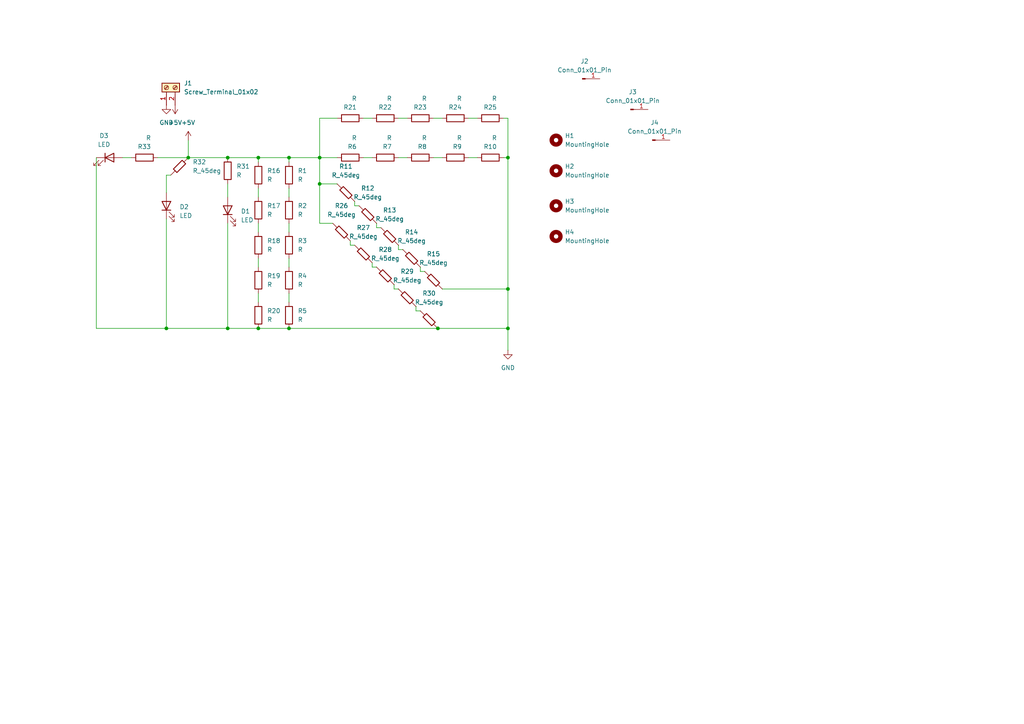
<source format=kicad_sch>
(kicad_sch (version 20250114) (generator "eeschema") (generator_version "9.0")
  (paper "A4")
  (lib_symbols
    (symbol "Connector:Conn_01x01_Pin" (pin_names (offset 1.016) (hide yes))
      (property "Reference" "J" (at 0 2.54 0))
      (property "Value" "Conn_01x01_Pin" (at 0 -2.54 0))
      (symbol "Conn_01x01_Pin_1_1"
        (rectangle (start 0.8636 0.127) (end 0 -0.127) (stroke (width 0.1524)) (fill (type outline)))
        (polyline (pts (xy 1.27 0) (xy 0.8636 0)) (stroke (width 0.1524)))
        (pin passive line (at 5.08 0 180) (length 3.81) (name "Pin_1") (number "1"))
      )
    )
    (symbol "Connector:Screw_Terminal_01x02" (pin_names (offset 1.016) (hide yes))
      (property "Reference" "J" (at 0 2.54 0))
      (property "Value" "Screw_Terminal_01x02" (at 0 -5.08 0))
      (symbol "Screw_Terminal_01x02_1_1"
        (rectangle (start -1.27 1.27) (end 1.27 -3.81) (stroke (width 0.254)) (fill (type background)))
        (polyline (pts (xy -0.5334 0.3302) (xy 0.3302 -0.508)) (stroke (width 0.1524)))
        (polyline (pts (xy -0.5334 -2.2098) (xy 0.3302 -3.048)) (stroke (width 0.1524)))
        (polyline (pts (xy -0.3556 0.508) (xy 0.508 -0.3302)) (stroke (width 0.1524)))
        (polyline (pts (xy -0.3556 -2.032) (xy 0.508 -2.8702)) (stroke (width 0.1524)))
        (circle (center 0 0) (radius 0.635) (stroke (width 0.1524)))
        (circle (center 0 -2.54) (radius 0.635) (stroke (width 0.1524)))
        (pin passive line (at -5.08 0 0) (length 3.81) (name "Pin_1") (number "1"))
        (pin passive line (at -5.08 -2.54 0) (length 3.81) (name "Pin_2") (number "2"))
      )
    )
    (symbol "Device:LED" (pin_numbers (hide yes)) (pin_names (offset 1.016) (hide yes))
      (property "Reference" "D" (at 0 2.54 0))
      (property "Value" "LED" (at 0 -2.54 0))
      (symbol "LED_0_1"
        (polyline (pts (xy -3.048 -0.762) (xy -4.572 -2.286) (xy -3.81 -2.286) (xy -4.572 -2.286) (xy -4.572 -1.524)))
        (polyline (pts (xy -1.778 -0.762) (xy -3.302 -2.286) (xy -2.54 -2.286) (xy -3.302 -2.286) (xy -3.302 -1.524)))
        (polyline (pts (xy -1.27 0) (xy 1.27 0)))
        (polyline (pts (xy -1.27 -1.27) (xy -1.27 1.27)) (stroke (width 0.254)))
        (polyline (pts (xy 1.27 -1.27) (xy 1.27 1.27) (xy -1.27 0) (xy 1.27 -1.27)) (stroke (width 0.254)))
      )
      (symbol "LED_1_1"
        (pin passive line (at -3.81 0 0) (length 2.54) (name "K") (number "1"))
        (pin passive line (at 3.81 0 180) (length 2.54) (name "A") (number "2"))
      )
    )
    (symbol "Device:R" (pin_numbers (hide yes)) (pin_names (offset 0))
      (property "Reference" "R" (at 2.032 0 90))
      (property "Value" "R" (at 0 0 90))
      (symbol "R_0_1"
        (rectangle (start -1.016 -2.54) (end 1.016 2.54) (stroke (width 0.254)))
      )
      (symbol "R_1_1"
        (pin passive line (at 0 3.81 270) (length 1.27) (name "~") (number "1"))
        (pin passive line (at 0 -3.81 90) (length 1.27) (name "~") (number "2"))
      )
    )
    (symbol "Device:R_45deg" (pin_numbers (hide yes)) (pin_names (offset 0))
      (property "Reference" "R" (at 5.08 2.54 0))
      (property "Value" "R_45deg" (at 8.255 0.635 0))
      (symbol "R_45deg_0_1"
        (polyline (pts (xy -2.54 2.54) (xy -1.27 1.27)))
        (polyline (pts (xy 1.27 -1.27) (xy 2.54 -2.54)))
      )
      (symbol "R_45deg_1_1"
        (polyline (pts (xy -1.778 0.762) (xy 0.762 -1.778) (xy 1.778 -0.762) (xy -0.762 1.778) (xy -1.778 0.762)) (stroke (width 0.254)))
        (pin passive line (at -2.54 2.54 0) (length 0) (name "~") (number "1"))
        (pin passive line (at 2.54 -2.54 180) (length 0) (name "~") (number "2"))
      )
    )
    (symbol "Mechanical:MountingHole" (pin_names (offset 1.016)) (in_bom no)
      (property "Reference" "H" (at 0 5.08 0))
      (property "Value" "MountingHole" (at 0 3.175 0))
      (symbol "MountingHole_0_1"
        (circle (center 0 0) (radius 1.27) (stroke (width 1.27)))
      )
    )
    (symbol "power:+5V" (power) (pin_numbers (hide yes)) (pin_names (offset 0) (hide yes))
      (property "Value" "+5V" (at 0 3.556 0))
      (symbol "+5V_0_1"
        (polyline (pts (xy -0.762 1.27) (xy 0 2.54)))
        (polyline (pts (xy 0 2.54) (xy 0.762 1.27)))
        (polyline (pts (xy 0 0) (xy 0 2.54)))
      )
      (symbol "+5V_1_1"
        (pin power_in line (at 0 0 90) (length 0) (name "~") (number "1"))
      )
    )
    (symbol "power:GND" (power) (pin_numbers (hide yes)) (pin_names (offset 0) (hide yes))
      (property "Value" "GND" (at 0 -3.81 0))
      (symbol "GND_0_1"
        (polyline (pts (xy 0 0) (xy 0 -1.27) (xy 1.27 -1.27) (xy 0 -2.54) (xy -1.27 -1.27) (xy 0 -1.27)))
      )
      (symbol "GND_1_1"
        (pin power_in line (at 0 0 270) (length 0) (name "~") (number "1"))
      )
    )
  )
  (junction (at 127 95.25))
  (junction (at 74.93 95.25))
  (junction (at 147.32 45.72))
  (junction (at 66.04 45.72))
  (junction (at 92.71 53.34))
  (junction (at 74.93 45.72))
  (junction (at 83.82 45.72))
  (junction (at 66.04 95.25))
  (junction (at 147.32 83.82))
  (junction (at 83.82 95.25))
  (junction (at 92.71 45.72))
  (junction (at 54.61 45.72))
  (junction (at 147.32 95.25))
  (junction (at 48.26 95.25))
  (wire (pts (xy 83.82 85.09) (xy 83.82 87.63)))
  (wire (pts (xy 74.93 85.09) (xy 74.93 87.63)))
  (wire (pts (xy 66.04 45.72) (xy 74.93 45.72)))
  (wire (pts (xy 92.71 53.34) (xy 92.71 64.77)))
  (wire (pts (xy 83.82 45.72) (xy 83.82 46.99)))
  (wire (pts (xy 121.92 78.74) (xy 123.19 78.74)))
  (wire (pts (xy 92.71 45.72) (xy 92.71 53.34)))
  (wire (pts (xy 45.72 45.72) (xy 54.61 45.72)))
  (wire (pts (xy 54.61 40.64) (xy 54.61 45.72)))
  (wire (pts (xy 120.65 88.9) (xy 120.65 90.17)))
  (wire (pts (xy 147.32 34.29) (xy 147.32 45.72)))
  (wire (pts (xy 83.82 64.77) (xy 83.82 67.31)))
  (wire (pts (xy 125.73 45.72) (xy 128.27 45.72)))
  (wire (pts (xy 147.32 34.29) (xy 146.05 34.29)))
  (wire (pts (xy 105.41 45.72) (xy 107.95 45.72)))
  (wire (pts (xy 97.79 53.34) (xy 92.71 53.34)))
  (wire (pts (xy 121.92 77.47) (xy 121.92 78.74)))
  (wire (pts (xy 92.71 34.29) (xy 97.79 34.29)))
  (wire (pts (xy 102.87 59.69) (xy 104.14 59.69)))
  (wire (pts (xy 74.93 64.77) (xy 74.93 67.31)))
  (wire (pts (xy 74.93 95.25) (xy 83.82 95.25)))
  (wire (pts (xy 66.04 53.34) (xy 66.04 57.15)))
  (wire (pts (xy 107.95 77.47) (xy 109.22 77.47)))
  (wire (pts (xy 48.26 95.25) (xy 66.04 95.25)))
  (wire (pts (xy 74.93 45.72) (xy 83.82 45.72)))
  (wire (pts (xy 97.79 45.72) (xy 92.71 45.72)))
  (wire (pts (xy 115.57 71.12) (xy 115.57 72.39)))
  (wire (pts (xy 35.56 45.72) (xy 38.1 45.72)))
  (wire (pts (xy 74.93 54.61) (xy 74.93 57.15)))
  (wire (pts (xy 115.57 45.72) (xy 118.11 45.72)))
  (wire (pts (xy 92.71 34.29) (xy 92.71 45.72)))
  (wire (pts (xy 109.22 64.77) (xy 109.22 66.04)))
  (wire (pts (xy 48.26 55.88) (xy 48.26 50.8)))
  (wire (pts (xy 101.6 69.85) (xy 101.6 71.12)))
  (wire (pts (xy 27.94 45.72) (xy 27.94 95.25)))
  (wire (pts (xy 66.04 64.77) (xy 66.04 95.25)))
  (wire (pts (xy 109.22 66.04) (xy 110.49 66.04)))
  (wire (pts (xy 147.32 45.72) (xy 146.05 45.72)))
  (wire (pts (xy 102.87 58.42) (xy 102.87 59.69)))
  (wire (pts (xy 135.89 45.72) (xy 138.43 45.72)))
  (wire (pts (xy 83.82 45.72) (xy 92.71 45.72)))
  (wire (pts (xy 115.57 72.39) (xy 116.84 72.39)))
  (wire (pts (xy 147.32 95.25) (xy 147.32 83.82)))
  (wire (pts (xy 74.93 74.93) (xy 74.93 77.47)))
  (wire (pts (xy 48.26 50.8) (xy 49.53 50.8)))
  (wire (pts (xy 101.6 71.12) (xy 102.87 71.12)))
  (wire (pts (xy 147.32 83.82) (xy 147.32 45.72)))
  (wire (pts (xy 83.82 54.61) (xy 83.82 57.15)))
  (wire (pts (xy 54.61 45.72) (xy 66.04 45.72)))
  (wire (pts (xy 92.71 64.77) (xy 96.52 64.77)))
  (wire (pts (xy 114.3 83.82) (xy 115.57 83.82)))
  (wire (pts (xy 135.89 34.29) (xy 138.43 34.29)))
  (wire (pts (xy 105.41 34.29) (xy 107.95 34.29)))
  (wire (pts (xy 128.27 83.82) (xy 147.32 83.82)))
  (wire (pts (xy 48.26 63.5) (xy 48.26 95.25)))
  (wire (pts (xy 120.65 90.17) (xy 121.92 90.17)))
  (wire (pts (xy 114.3 82.55) (xy 114.3 83.82)))
  (wire (pts (xy 115.57 34.29) (xy 118.11 34.29)))
  (wire (pts (xy 107.95 76.2) (xy 107.95 77.47)))
  (wire (pts (xy 125.73 34.29) (xy 128.27 34.29)))
  (wire (pts (xy 147.32 101.6) (xy 147.32 95.25)))
  (wire (pts (xy 83.82 74.93) (xy 83.82 77.47)))
  (wire (pts (xy 66.04 95.25) (xy 74.93 95.25)))
  (wire (pts (xy 74.93 45.72) (xy 74.93 46.99)))
  (wire (pts (xy 83.82 95.25) (xy 127 95.25)))
  (wire (pts (xy 127 95.25) (xy 147.32 95.25)))
  (wire (pts (xy 27.94 95.25) (xy 48.26 95.25)))
  (symbol (lib_id "Device:R_45deg") (at 124.46 92.71 0) (unit 1)
    (property "Reference" "R30" (at 124.46 85.09 0))
    (property "Value" "R_45deg" (at 124.46 87.63 0))
    (property "Footprint" "Resistor_SMD:R_0603_1608Metric" (effects (hide yes)))
    (property "Description" "Resistor, rotated by 45°" (effects (hide yes)))
  )
  (symbol (lib_id "Device:R") (at 111.76 34.29 90) (unit 1)
    (property "Reference" "R22" (at 113.665 31.1151 90) (effects (justify left)))
    (property "Value" "R" (at 113.665 28.5751 90) (effects (justify left)))
    (property "Footprint" "Resistor_SMD:R_0603_1608Metric" (effects (hide yes)))
    (property "Description" "Resistor" (effects (hide yes)))
  )
  (symbol (lib_id "Connector:Conn_01x01_Pin") (at 189.23 40.64 0) (unit 1)
    (property "Reference" "J4" (at 189.865 35.56 0))
    (property "Value" "Conn_01x01_Pin" (at 189.865 38.1 0))
    (property "Footprint" "Connector_PinHeader_1.00mm:PinHeader_1x01_P1.00mm_Vertical" (effects (hide yes)))
    (property "Description" "Generic connector, single row, 01x01, script generated" (effects (hide yes)))
  )
  (symbol (lib_id "Device:R") (at 83.82 71.12 0) (unit 1)
    (property "Reference" "R3" (at 86.36 69.8499 0) (effects (justify left)))
    (property "Value" "R" (at 86.36 72.3899 0) (effects (justify left)))
    (property "Footprint" "Resistor_SMD:R_0805_2012Metric" (effects (hide yes)))
    (property "Description" "Resistor" (effects (hide yes)))
  )
  (symbol (lib_id "power:GND") (at 147.32 101.6 0) (unit 1)
    (property "Reference" "#PWR01" (effects (hide yes)))
    (property "Value" "GND" (at 147.32 106.68 0))
    (property "Description" "Power symbol creates a global label with name \"GND\" , ground" (effects (hide yes)))
  )
  (symbol (lib_id "Connector:Screw_Terminal_01x02") (at 48.26 25.4 90) (unit 1)
    (property "Reference" "J1" (at 53.34 24.1299 90) (effects (justify right)))
    (property "Value" "Screw_Terminal_01x02" (at 53.34 26.6699 90) (effects (justify right)))
    (property "Footprint" "Connector_Molex:Molex_KK-396_A-41792-0002_1x02_P3.96mm_Horizontal" (effects (hide yes)))
    (property "Description" "Generic screw terminal, single row, 01x02, script generated (kicad-library-utils/schlib/autogen/connector/)" (effects (hide yes)))
  )
  (symbol (lib_id "Connector:Conn_01x01_Pin") (at 168.91 22.86 0) (unit 1)
    (property "Reference" "J2" (at 169.545 17.78 0))
    (property "Value" "Conn_01x01_Pin" (at 169.545 20.32 0))
    (property "Footprint" "Connector_PinHeader_1.00mm:PinHeader_1x01_P1.00mm_Vertical" (effects (hide yes)))
    (property "Description" "Generic connector, single row, 01x01, script generated" (effects (hide yes)))
  )
  (symbol (lib_id "Device:R") (at 101.6 34.29 90) (unit 1)
    (property "Reference" "R21" (at 103.505 31.1151 90) (effects (justify left)))
    (property "Value" "R" (at 103.505 28.5751 90) (effects (justify left)))
    (property "Footprint" "Resistor_SMD:R_0603_1608Metric" (effects (hide yes)))
    (property "Description" "Resistor" (effects (hide yes)))
  )
  (symbol (lib_id "Device:R") (at 74.93 91.44 0) (unit 1)
    (property "Reference" "R20" (at 77.47 90.1699 0) (effects (justify left)))
    (property "Value" "R" (at 77.47 92.7099 0) (effects (justify left)))
    (property "Footprint" "Resistor_SMD:R_0603_1608Metric" (effects (hide yes)))
    (property "Description" "Resistor" (effects (hide yes)))
  )
  (symbol (lib_id "Device:R") (at 41.91 45.72 90) (unit 1)
    (property "Reference" "R33" (at 43.815 42.5451 90) (effects (justify left)))
    (property "Value" "R" (at 43.815 40.0051 90) (effects (justify left)))
    (property "Footprint" "Resistor_SMD:R_0805_2012Metric" (effects (hide yes)))
    (property "Description" "Resistor" (effects (hide yes)))
  )
  (symbol (lib_id "Device:R_45deg") (at 119.38 74.93 0) (unit 1)
    (property "Reference" "R14" (at 119.38 67.31 0))
    (property "Value" "R_45deg" (at 119.38 69.85 0))
    (property "Footprint" "Resistor_SMD:R_0805_2012Metric" (effects (hide yes)))
    (property "Description" "Resistor, rotated by 45°" (effects (hide yes)))
  )
  (symbol (lib_id "Device:R") (at 121.92 45.72 90) (unit 1)
    (property "Reference" "R8" (at 123.825 42.5451 90) (effects (justify left)))
    (property "Value" "R" (at 123.825 40.0051 90) (effects (justify left)))
    (property "Footprint" "Resistor_SMD:R_0805_2012Metric" (effects (hide yes)))
    (property "Description" "Resistor" (effects (hide yes)))
  )
  (symbol (lib_id "Device:R") (at 121.92 34.29 90) (unit 1)
    (property "Reference" "R23" (at 123.825 31.1151 90) (effects (justify left)))
    (property "Value" "R" (at 123.825 28.5751 90) (effects (justify left)))
    (property "Footprint" "Resistor_SMD:R_0603_1608Metric" (effects (hide yes)))
    (property "Description" "Resistor" (effects (hide yes)))
  )
  (symbol (lib_id "Device:R") (at 83.82 91.44 0) (unit 1)
    (property "Reference" "R5" (at 86.36 90.1699 0) (effects (justify left)))
    (property "Value" "R" (at 86.36 92.7099 0) (effects (justify left)))
    (property "Footprint" "Resistor_SMD:R_0805_2012Metric" (effects (hide yes)))
    (property "Description" "Resistor" (effects (hide yes)))
  )
  (symbol (lib_id "Device:R") (at 101.6 45.72 90) (unit 1)
    (property "Reference" "R6" (at 103.505 42.5451 90) (effects (justify left)))
    (property "Value" "R" (at 103.505 40.0051 90) (effects (justify left)))
    (property "Footprint" "Resistor_SMD:R_0805_2012Metric" (effects (hide yes)))
    (property "Description" "Resistor" (effects (hide yes)))
  )
  (symbol (lib_id "Device:R") (at 74.93 50.8 0) (unit 1)
    (property "Reference" "R16" (at 77.47 49.5299 0) (effects (justify left)))
    (property "Value" "R" (at 77.47 52.0699 0) (effects (justify left)))
    (property "Footprint" "Resistor_SMD:R_0603_1608Metric" (effects (hide yes)))
    (property "Description" "Resistor" (effects (hide yes)))
  )
  (symbol (lib_id "Device:R") (at 83.82 60.96 0) (unit 1)
    (property "Reference" "R2" (at 86.36 59.6899 0) (effects (justify left)))
    (property "Value" "R" (at 86.36 62.2299 0) (effects (justify left)))
    (property "Footprint" "Resistor_SMD:R_0805_2012Metric" (effects (hide yes)))
    (property "Description" "Resistor" (effects (hide yes)))
  )
  (symbol (lib_id "Device:LED") (at 48.26 59.69 90) (unit 1)
    (property "Reference" "D2" (at 52.07 60.0074 90) (effects (justify right)))
    (property "Value" "LED" (at 52.07 62.5474 90) (effects (justify right)))
    (property "Footprint" "LED_SMD:LED_0805_2012Metric" (effects (hide yes)))
    (property "Description" "Light emitting diode" (effects (hide yes)))
    (property "Sim.Pins" "1=K 2=A" (effects (hide yes)))
  )
  (symbol (lib_id "Mechanical:MountingHole") (at 161.29 68.58 0) (unit 1) (in_bom no)
    (property "Reference" "H4" (at 163.83 67.3099 0) (effects (justify left)))
    (property "Value" "MountingHole" (at 163.83 69.8499 0) (effects (justify left)))
    (property "Footprint" "MountingHole:MountingHole_3.2mm_M3" (effects (hide yes)))
    (property "Description" "Mounting Hole without connection" (effects (hide yes)))
  )
  (symbol (lib_id "Mechanical:MountingHole") (at 161.29 49.53 0) (unit 1) (in_bom no)
    (property "Reference" "H2" (at 163.83 48.2599 0) (effects (justify left)))
    (property "Value" "MountingHole" (at 163.83 50.7999 0) (effects (justify left)))
    (property "Footprint" "MountingHole:MountingHole_3.2mm_M3" (effects (hide yes)))
    (property "Description" "Mounting Hole without connection" (effects (hide yes)))
  )
  (symbol (lib_id "power:+5V") (at 50.8 30.48 180) (unit 1)
    (property "Reference" "#PWR03" (effects (hide yes)))
    (property "Value" "+5V" (at 50.8 35.56 0))
    (property "Description" "Power symbol creates a global label with name \"+5V\"" (effects (hide yes)))
  )
  (symbol (lib_id "Device:R_45deg") (at 106.68 62.23 0) (unit 1)
    (property "Reference" "R12" (at 106.68 54.61 0))
    (property "Value" "R_45deg" (at 106.68 57.15 0))
    (property "Footprint" "Resistor_SMD:R_0805_2012Metric" (effects (hide yes)))
    (property "Description" "Resistor, rotated by 45°" (effects (hide yes)))
  )
  (symbol (lib_id "Device:R_45deg") (at 99.06 67.31 0) (unit 1)
    (property "Reference" "R26" (at 99.06 59.69 0))
    (property "Value" "R_45deg" (at 99.06 62.23 0))
    (property "Footprint" "Resistor_SMD:R_0603_1608Metric" (effects (hide yes)))
    (property "Description" "Resistor, rotated by 45°" (effects (hide yes)))
  )
  (symbol (lib_id "Device:R") (at 132.08 34.29 90) (unit 1)
    (property "Reference" "R24" (at 133.985 31.1151 90) (effects (justify left)))
    (property "Value" "R" (at 133.985 28.5751 90) (effects (justify left)))
    (property "Footprint" "Resistor_SMD:R_0603_1608Metric" (effects (hide yes)))
    (property "Description" "Resistor" (effects (hide yes)))
  )
  (symbol (lib_id "Device:R") (at 142.24 34.29 90) (unit 1)
    (property "Reference" "R25" (at 144.145 31.1151 90) (effects (justify left)))
    (property "Value" "R" (at 144.145 28.5751 90) (effects (justify left)))
    (property "Footprint" "Resistor_SMD:R_0603_1608Metric" (effects (hide yes)))
    (property "Description" "Resistor" (effects (hide yes)))
  )
  (symbol (lib_id "Device:R") (at 142.24 45.72 90) (unit 1)
    (property "Reference" "R10" (at 144.145 42.5451 90) (effects (justify left)))
    (property "Value" "R" (at 144.145 40.0051 90) (effects (justify left)))
    (property "Footprint" "Resistor_SMD:R_0805_2012Metric" (effects (hide yes)))
    (property "Description" "Resistor" (effects (hide yes)))
  )
  (symbol (lib_id "Device:R") (at 74.93 81.28 0) (unit 1)
    (property "Reference" "R19" (at 77.47 80.0099 0) (effects (justify left)))
    (property "Value" "R" (at 77.47 82.5499 0) (effects (justify left)))
    (property "Footprint" "Resistor_SMD:R_0603_1608Metric" (effects (hide yes)))
    (property "Description" "Resistor" (effects (hide yes)))
  )
  (symbol (lib_id "Device:R_45deg") (at 118.11 86.36 0) (unit 1)
    (property "Reference" "R29" (at 118.11 78.74 0))
    (property "Value" "R_45deg" (at 118.11 81.28 0))
    (property "Footprint" "Resistor_SMD:R_0603_1608Metric" (effects (hide yes)))
    (property "Description" "Resistor, rotated by 45°" (effects (hide yes)))
  )
  (symbol (lib_id "Mechanical:MountingHole") (at 161.29 59.69 0) (unit 1) (in_bom no)
    (property "Reference" "H3" (at 163.83 58.4199 0) (effects (justify left)))
    (property "Value" "MountingHole" (at 163.83 60.9599 0) (effects (justify left)))
    (property "Footprint" "MountingHole:MountingHole_3.2mm_M3" (effects (hide yes)))
    (property "Description" "Mounting Hole without connection" (effects (hide yes)))
  )
  (symbol (lib_id "Device:R_45deg") (at 52.07 48.26 90) (unit 1)
    (property "Reference" "R32" (at 55.88 46.9899 90) (effects (justify right)))
    (property "Value" "R_45deg" (at 55.88 49.5299 90) (effects (justify right)))
    (property "Footprint" "Resistor_SMD:R_0805_2012Metric" (effects (hide yes)))
    (property "Description" "Resistor, rotated by 45°" (effects (hide yes)))
  )
  (symbol (lib_id "Device:R_45deg") (at 105.41 73.66 0) (unit 1)
    (property "Reference" "R27" (at 105.41 66.04 0))
    (property "Value" "R_45deg" (at 105.41 68.58 0))
    (property "Footprint" "Resistor_SMD:R_0603_1608Metric" (effects (hide yes)))
    (property "Description" "Resistor, rotated by 45°" (effects (hide yes)))
  )
  (symbol (lib_id "Device:R_45deg") (at 100.33 55.88 0) (unit 1)
    (property "Reference" "R11" (at 100.33 48.26 0))
    (property "Value" "R_45deg" (at 100.33 50.8 0))
    (property "Footprint" "Resistor_SMD:R_0805_2012Metric" (effects (hide yes)))
    (property "Description" "Resistor, rotated by 45°" (effects (hide yes)))
  )
  (symbol (lib_id "Device:R") (at 66.04 49.53 0) (unit 1)
    (property "Reference" "R31" (at 68.58 48.2599 0) (effects (justify left)))
    (property "Value" "R" (at 68.58 50.7999 0) (effects (justify left)))
    (property "Footprint" "Resistor_SMD:R_0805_2012Metric" (effects (hide yes)))
    (property "Description" "Resistor" (effects (hide yes)))
  )
  (symbol (lib_id "power:GND") (at 48.26 30.48 0) (unit 1)
    (property "Reference" "#PWR04" (effects (hide yes)))
    (property "Value" "GND" (at 48.26 35.56 0))
    (property "Description" "Power symbol creates a global label with name \"GND\" , ground" (effects (hide yes)))
  )
  (symbol (lib_id "Device:R") (at 83.82 50.8 0) (unit 1)
    (property "Reference" "R1" (at 86.36 49.5299 0) (effects (justify left)))
    (property "Value" "R" (at 86.36 52.0699 0) (effects (justify left)))
    (property "Footprint" "Resistor_SMD:R_0805_2012Metric" (effects (hide yes)))
    (property "Description" "Resistor" (effects (hide yes)))
  )
  (symbol (lib_id "Device:R") (at 74.93 71.12 0) (unit 1)
    (property "Reference" "R18" (at 77.47 69.8499 0) (effects (justify left)))
    (property "Value" "R" (at 77.47 72.3899 0) (effects (justify left)))
    (property "Footprint" "Resistor_SMD:R_0603_1608Metric" (effects (hide yes)))
    (property "Description" "Resistor" (effects (hide yes)))
  )
  (symbol (lib_id "Device:R") (at 111.76 45.72 90) (unit 1)
    (property "Reference" "R7" (at 113.665 42.5451 90) (effects (justify left)))
    (property "Value" "R" (at 113.665 40.0051 90) (effects (justify left)))
    (property "Footprint" "Resistor_SMD:R_0805_2012Metric" (effects (hide yes)))
    (property "Description" "Resistor" (effects (hide yes)))
  )
  (symbol (lib_id "Mechanical:MountingHole") (at 161.29 40.64 0) (unit 1) (in_bom no)
    (property "Reference" "H1" (at 163.83 39.3699 0) (effects (justify left)))
    (property "Value" "MountingHole" (at 163.83 41.9099 0) (effects (justify left)))
    (property "Footprint" "MountingHole:MountingHole_3.2mm_M3" (effects (hide yes)))
    (property "Description" "Mounting Hole without connection" (effects (hide yes)))
  )
  (symbol (lib_id "Device:R") (at 132.08 45.72 90) (unit 1)
    (property "Reference" "R9" (at 133.985 42.5451 90) (effects (justify left)))
    (property "Value" "R" (at 133.985 40.0051 90) (effects (justify left)))
    (property "Footprint" "Resistor_SMD:R_0805_2012Metric" (effects (hide yes)))
    (property "Description" "Resistor" (effects (hide yes)))
  )
  (symbol (lib_id "Device:LED") (at 31.75 45.72 0) (unit 1)
    (property "Reference" "D3" (at 30.1625 39.37 0))
    (property "Value" "LED" (at 30.1625 41.91 0))
    (property "Footprint" "LED_SMD:LED_0805_2012Metric" (effects (hide yes)))
    (property "Description" "Light emitting diode" (effects (hide yes)))
    (property "Sim.Pins" "1=K 2=A" (effects (hide yes)))
  )
  (symbol (lib_id "Device:R") (at 74.93 60.96 0) (unit 1)
    (property "Reference" "R17" (at 77.47 59.6899 0) (effects (justify left)))
    (property "Value" "R" (at 77.47 62.2299 0) (effects (justify left)))
    (property "Footprint" "Resistor_SMD:R_0603_1608Metric" (effects (hide yes)))
    (property "Description" "Resistor" (effects (hide yes)))
  )
  (symbol (lib_id "Device:LED") (at 66.04 60.96 90) (unit 1)
    (property "Reference" "D1" (at 69.85 61.2774 90) (effects (justify right)))
    (property "Value" "LED" (at 69.85 63.8174 90) (effects (justify right)))
    (property "Footprint" "LED_SMD:LED_0805_2012Metric" (effects (hide yes)))
    (property "Description" "Light emitting diode" (effects (hide yes)))
    (property "Sim.Pins" "1=K 2=A" (effects (hide yes)))
  )
  (symbol (lib_id "Device:R_45deg") (at 113.03 68.58 0) (unit 1)
    (property "Reference" "R13" (at 113.03 60.96 0))
    (property "Value" "R_45deg" (at 113.03 63.5 0))
    (property "Footprint" "Resistor_SMD:R_0805_2012Metric" (effects (hide yes)))
    (property "Description" "Resistor, rotated by 45°" (effects (hide yes)))
  )
  (symbol (lib_id "Device:R_45deg") (at 125.73 81.28 0) (unit 1)
    (property "Reference" "R15" (at 125.73 73.66 0))
    (property "Value" "R_45deg" (at 125.73 76.2 0))
    (property "Footprint" "Resistor_SMD:R_0805_2012Metric" (effects (hide yes)))
    (property "Description" "Resistor, rotated by 45°" (effects (hide yes)))
  )
  (symbol (lib_id "Device:R_45deg") (at 111.76 80.01 0) (unit 1)
    (property "Reference" "R28" (at 111.76 72.39 0))
    (property "Value" "R_45deg" (at 111.76 74.93 0))
    (property "Footprint" "Resistor_SMD:R_0603_1608Metric" (effects (hide yes)))
    (property "Description" "Resistor, rotated by 45°" (effects (hide yes)))
  )
  (symbol (lib_id "Device:R") (at 83.82 81.28 0) (unit 1)
    (property "Reference" "R4" (at 86.36 80.0099 0) (effects (justify left)))
    (property "Value" "R" (at 86.36 82.5499 0) (effects (justify left)))
    (property "Footprint" "Resistor_SMD:R_0805_2012Metric" (effects (hide yes)))
    (property "Description" "Resistor" (effects (hide yes)))
  )
  (symbol (lib_id "power:+5V") (at 54.61 40.64 0) (unit 1)
    (property "Reference" "#PWR02" (effects (hide yes)))
    (property "Value" "+5V" (at 54.61 35.56 0))
    (property "Description" "Power symbol creates a global label with name \"+5V\"" (effects (hide yes)))
  )
  (symbol (lib_id "Connector:Conn_01x01_Pin") (at 182.88 31.75 0) (unit 1)
    (property "Reference" "J3" (at 183.515 26.67 0))
    (property "Value" "Conn_01x01_Pin" (at 183.515 29.21 0))
    (property "Footprint" "Connector_PinHeader_1.00mm:PinHeader_1x01_P1.00mm_Vertical" (effects (hide yes)))
    (property "Description" "Generic connector, single row, 01x01, script generated" (effects (hide yes)))
  )
)
</source>
